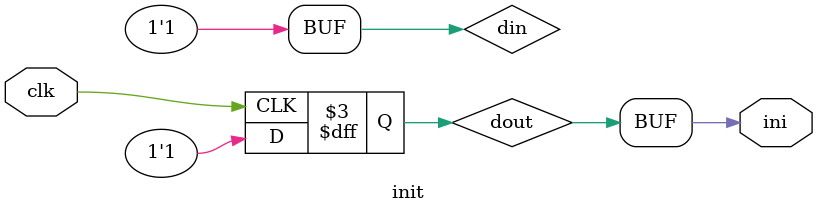
<source format=v>
module init(input wire clk, output wire ini);
wire din;
reg dout = 0;
always @(posedge(clk))
  dout <= din;
assign din = 1;
assign ini = dout;
endmodule
</source>
